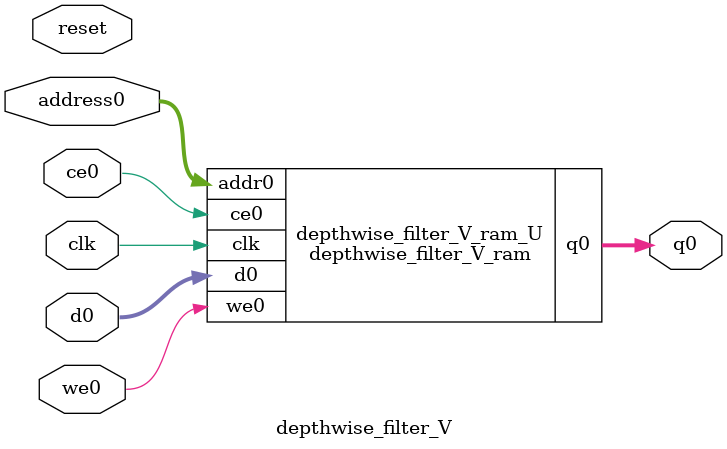
<source format=v>
`timescale 1 ns / 1 ps
module depthwise_filter_V_ram (addr0, ce0, d0, we0, q0,  clk);

parameter DWIDTH = 4;
parameter AWIDTH = 14;
parameter MEM_SIZE = 13824;

input[AWIDTH-1:0] addr0;
input ce0;
input[DWIDTH-1:0] d0;
input we0;
output reg[DWIDTH-1:0] q0;
input clk;

reg [DWIDTH-1:0] ram0[0:MEM_SIZE-1];



always @(posedge clk)  
begin 
    if (ce0) begin
        if (we0) 
            ram0[addr0] <= d0; 
        q0 <= ram0[addr0];
    end
end


endmodule

`timescale 1 ns / 1 ps
module depthwise_filter_V(
    reset,
    clk,
    address0,
    ce0,
    we0,
    d0,
    q0);

parameter DataWidth = 32'd4;
parameter AddressRange = 32'd13824;
parameter AddressWidth = 32'd14;
input reset;
input clk;
input[AddressWidth - 1:0] address0;
input ce0;
input we0;
input[DataWidth - 1:0] d0;
output[DataWidth - 1:0] q0;



depthwise_filter_V_ram depthwise_filter_V_ram_U(
    .clk( clk ),
    .addr0( address0 ),
    .ce0( ce0 ),
    .we0( we0 ),
    .d0( d0 ),
    .q0( q0 ));

endmodule


</source>
